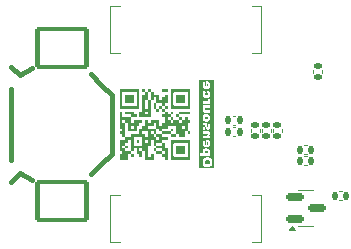
<source format=gbo>
%TF.GenerationSoftware,KiCad,Pcbnew,8.0.7*%
%TF.CreationDate,2025-08-30T11:06:05-07:00*%
%TF.ProjectId,Pivot_Core,5069766f-745f-4436-9f72-652e6b696361,rev?*%
%TF.SameCoordinates,Original*%
%TF.FileFunction,Legend,Bot*%
%TF.FilePolarity,Positive*%
%FSLAX46Y46*%
G04 Gerber Fmt 4.6, Leading zero omitted, Abs format (unit mm)*
G04 Created by KiCad (PCBNEW 8.0.7) date 2025-08-30 11:06:05*
%MOMM*%
%LPD*%
G01*
G04 APERTURE LIST*
G04 Aperture macros list*
%AMRoundRect*
0 Rectangle with rounded corners*
0 $1 Rounding radius*
0 $2 $3 $4 $5 $6 $7 $8 $9 X,Y pos of 4 corners*
0 Add a 4 corners polygon primitive as box body*
4,1,4,$2,$3,$4,$5,$6,$7,$8,$9,$2,$3,0*
0 Add four circle primitives for the rounded corners*
1,1,$1+$1,$2,$3*
1,1,$1+$1,$4,$5*
1,1,$1+$1,$6,$7*
1,1,$1+$1,$8,$9*
0 Add four rect primitives between the rounded corners*
20,1,$1+$1,$2,$3,$4,$5,0*
20,1,$1+$1,$4,$5,$6,$7,0*
20,1,$1+$1,$6,$7,$8,$9,0*
20,1,$1+$1,$8,$9,$2,$3,0*%
G04 Aperture macros list end*
%ADD10C,0.100000*%
%ADD11C,0.120000*%
%ADD12C,0.400000*%
%ADD13C,0.000000*%
%ADD14C,3.800000*%
%ADD15RoundRect,0.140000X-0.140000X-0.170000X0.140000X-0.170000X0.140000X0.170000X-0.140000X0.170000X0*%
%ADD16C,0.550000*%
%ADD17R,0.300000X1.800000*%
%ADD18RoundRect,0.140000X0.140000X0.170000X-0.140000X0.170000X-0.140000X-0.170000X0.140000X-0.170000X0*%
%ADD19RoundRect,0.140000X0.170000X-0.140000X0.170000X0.140000X-0.170000X0.140000X-0.170000X-0.140000X0*%
%ADD20RoundRect,0.175000X2.075000X-1.575000X2.075000X1.575000X-2.075000X1.575000X-2.075000X-1.575000X0*%
%ADD21C,6.000000*%
%ADD22RoundRect,0.140000X-0.170000X0.140000X-0.170000X-0.140000X0.170000X-0.140000X0.170000X0.140000X0*%
%ADD23RoundRect,0.150000X-0.587500X-0.150000X0.587500X-0.150000X0.587500X0.150000X-0.587500X0.150000X0*%
G04 APERTURE END LIST*
D10*
G36*
X149397591Y-93044010D02*
G01*
X149436879Y-93050349D01*
X149474773Y-93062769D01*
X149508471Y-93083339D01*
X149511631Y-93086056D01*
X149537803Y-93116747D01*
X149554282Y-93153620D01*
X149561067Y-93196675D01*
X149561261Y-93206028D01*
X149556338Y-93248446D01*
X149541569Y-93285331D01*
X149516954Y-93316682D01*
X149510849Y-93322288D01*
X149477099Y-93343540D01*
X149438041Y-93356592D01*
X149396874Y-93363504D01*
X149356393Y-93366080D01*
X149341833Y-93366252D01*
X149300153Y-93364720D01*
X149257481Y-93359060D01*
X149216567Y-93347486D01*
X149180553Y-93327955D01*
X149173990Y-93322679D01*
X149147405Y-93292270D01*
X149130667Y-93255756D01*
X149123775Y-93213136D01*
X149123578Y-93203879D01*
X149127473Y-93163137D01*
X149140937Y-93124394D01*
X149164018Y-93092520D01*
X149172817Y-93084298D01*
X149207023Y-93063801D01*
X149248172Y-93051214D01*
X149292472Y-93044547D01*
X149336605Y-93042063D01*
X149352580Y-93041897D01*
X149397591Y-93044010D01*
G37*
G36*
X149278460Y-92261008D02*
G01*
X149318508Y-92269104D01*
X149350822Y-92284940D01*
X149378417Y-92315377D01*
X149386188Y-92347270D01*
X149376151Y-92385885D01*
X149350626Y-92414095D01*
X149314025Y-92431554D01*
X149275381Y-92438927D01*
X149232803Y-92441060D01*
X149193437Y-92438880D01*
X149153928Y-92430298D01*
X149121624Y-92413509D01*
X149094953Y-92382490D01*
X149086062Y-92344535D01*
X149097979Y-92305768D01*
X149119866Y-92283767D01*
X149155809Y-92267701D01*
X149194781Y-92260915D01*
X149238274Y-92258952D01*
X149278460Y-92261008D01*
G37*
G36*
X149348836Y-91526641D02*
G01*
X149367235Y-91544591D01*
X149383060Y-91582089D01*
X149386188Y-91615128D01*
X149380653Y-91655616D01*
X149362438Y-91690197D01*
X149357270Y-91696021D01*
X149323047Y-91716386D01*
X149311157Y-91718883D01*
X149311157Y-91512937D01*
X149348836Y-91526641D01*
G37*
G36*
X149278063Y-89339962D02*
G01*
X149317693Y-89349214D01*
X149350235Y-89367312D01*
X149376041Y-89398118D01*
X149386153Y-89437509D01*
X149386188Y-89440194D01*
X149378159Y-89479808D01*
X149354074Y-89512551D01*
X149349649Y-89516398D01*
X149313318Y-89535881D01*
X149272200Y-89544608D01*
X149236321Y-89546489D01*
X149195853Y-89544124D01*
X149155293Y-89534811D01*
X149122210Y-89516594D01*
X149096264Y-89485261D01*
X149086204Y-89447316D01*
X149086062Y-89441758D01*
X149093876Y-89402780D01*
X149117318Y-89370843D01*
X149121624Y-89367117D01*
X149158190Y-89348014D01*
X149196544Y-89339946D01*
X149238665Y-89337612D01*
X149278063Y-89339962D01*
G37*
G36*
X149348836Y-86594108D02*
G01*
X149367235Y-86612058D01*
X149383060Y-86649556D01*
X149386188Y-86682595D01*
X149380653Y-86723083D01*
X149362438Y-86757664D01*
X149357270Y-86763488D01*
X149323047Y-86783853D01*
X149311157Y-86786349D01*
X149311157Y-86580404D01*
X149348836Y-86594108D01*
G37*
G36*
X149850234Y-93716578D02*
G01*
X148622016Y-93716578D01*
X148622016Y-93195477D01*
X148923494Y-93195477D01*
X148923707Y-93203879D01*
X148924558Y-93237380D01*
X148927749Y-93276993D01*
X148934387Y-93321506D01*
X148944089Y-93362722D01*
X148956855Y-93400641D01*
X148967067Y-93424088D01*
X148988647Y-93462193D01*
X149015088Y-93497007D01*
X149046392Y-93528530D01*
X149077093Y-93552930D01*
X149105406Y-93571416D01*
X149142592Y-93590540D01*
X149183076Y-93605707D01*
X149226856Y-93616918D01*
X149265859Y-93623238D01*
X149307151Y-93626810D01*
X149341833Y-93627689D01*
X149389955Y-93625943D01*
X149435354Y-93620704D01*
X149478029Y-93611972D01*
X149517981Y-93599748D01*
X149555210Y-93584031D01*
X149589715Y-93564821D01*
X149629018Y-93535897D01*
X149650556Y-93515924D01*
X149676522Y-93486624D01*
X149699026Y-93454607D01*
X149718068Y-93419872D01*
X149733648Y-93382421D01*
X149745765Y-93342252D01*
X149754421Y-93299366D01*
X149759614Y-93253763D01*
X149761345Y-93205442D01*
X149759644Y-93155995D01*
X149754543Y-93109455D01*
X149746040Y-93065821D01*
X149734136Y-93025093D01*
X149718831Y-92987272D01*
X149700125Y-92952358D01*
X149671960Y-92912802D01*
X149652510Y-92891248D01*
X149616391Y-92859332D01*
X149576055Y-92832825D01*
X149540749Y-92815514D01*
X149502745Y-92801665D01*
X149462042Y-92791279D01*
X149418640Y-92784355D01*
X149372539Y-92780892D01*
X149348477Y-92780460D01*
X149305500Y-92781643D01*
X149264984Y-92785192D01*
X149219614Y-92792574D01*
X149177789Y-92803363D01*
X149139509Y-92817560D01*
X149115958Y-92828917D01*
X149078048Y-92852099D01*
X149043990Y-92879412D01*
X149013784Y-92910859D01*
X148987431Y-92946438D01*
X148974101Y-92968624D01*
X148956903Y-93004402D01*
X148943263Y-93043298D01*
X148933181Y-93085314D01*
X148926657Y-93130447D01*
X148923939Y-93170441D01*
X148923494Y-93195477D01*
X148622016Y-93195477D01*
X148622016Y-92439301D01*
X148710905Y-92439301D01*
X148710905Y-92677682D01*
X149536251Y-92677682D01*
X149536251Y-92455910D01*
X149468058Y-92455910D01*
X149495853Y-92428211D01*
X149519670Y-92394489D01*
X149524527Y-92385177D01*
X149539292Y-92346031D01*
X149546839Y-92307540D01*
X149548756Y-92274193D01*
X149545514Y-92230987D01*
X149535787Y-92191642D01*
X149516243Y-92150619D01*
X149487872Y-92114850D01*
X149456530Y-92088373D01*
X149420528Y-92066128D01*
X149381544Y-92048485D01*
X149339580Y-92035445D01*
X149294633Y-92027007D01*
X149254901Y-92023491D01*
X149230068Y-92022916D01*
X149185304Y-92024662D01*
X149143946Y-92029900D01*
X149098812Y-92040795D01*
X149058583Y-92056718D01*
X149023258Y-92077669D01*
X149002434Y-92094430D01*
X148971675Y-92127522D01*
X148948471Y-92164223D01*
X148932822Y-92204534D01*
X148924728Y-92248453D01*
X148923494Y-92275170D01*
X148926171Y-92316678D01*
X148931984Y-92344535D01*
X148934200Y-92355154D01*
X148939712Y-92371890D01*
X148956247Y-92408404D01*
X148978205Y-92439301D01*
X148710905Y-92439301D01*
X148622016Y-92439301D01*
X148622016Y-91617864D01*
X148923494Y-91617864D01*
X148924669Y-91660096D01*
X148929009Y-91704992D01*
X148936546Y-91745175D01*
X148949076Y-91785329D01*
X148956907Y-91803097D01*
X148978933Y-91839507D01*
X149007204Y-91872237D01*
X149037576Y-91898243D01*
X149063592Y-91915840D01*
X149101706Y-91935331D01*
X149142971Y-91949252D01*
X149181662Y-91956866D01*
X149222766Y-91960216D01*
X149234953Y-91960390D01*
X149277487Y-91958205D01*
X149317408Y-91951651D01*
X149361861Y-91938017D01*
X149402551Y-91918092D01*
X149439476Y-91891874D01*
X149462001Y-91870899D01*
X149491484Y-91834970D01*
X149514867Y-91794302D01*
X149529694Y-91756790D01*
X149540284Y-91715987D01*
X149546638Y-91671893D01*
X149548756Y-91624507D01*
X149547430Y-91578808D01*
X149543453Y-91536818D01*
X149535461Y-91492518D01*
X149523861Y-91453267D01*
X149511045Y-91423642D01*
X149490162Y-91388825D01*
X149465030Y-91358429D01*
X149435647Y-91332454D01*
X149402015Y-91310899D01*
X149363632Y-91293888D01*
X149325740Y-91282990D01*
X149283827Y-91275813D01*
X149244701Y-91272623D01*
X149216976Y-91272016D01*
X149186104Y-91272016D01*
X149186104Y-91718883D01*
X149186104Y-91719664D01*
X149146403Y-91709579D01*
X149120256Y-91692895D01*
X149095713Y-91660154D01*
X149086363Y-91622081D01*
X149086062Y-91612979D01*
X149092374Y-91573120D01*
X149100717Y-91553384D01*
X149127120Y-91522148D01*
X149136474Y-91513914D01*
X149109900Y-91281004D01*
X149073376Y-91302564D01*
X149041180Y-91325334D01*
X149009087Y-91353427D01*
X148982884Y-91383165D01*
X148965113Y-91409964D01*
X148946905Y-91450289D01*
X148935240Y-91491944D01*
X148928412Y-91532381D01*
X148924510Y-91577188D01*
X148923494Y-91617864D01*
X148622016Y-91617864D01*
X148622016Y-90793691D01*
X148936000Y-90793691D01*
X149266020Y-90793691D01*
X149306353Y-90797244D01*
X149340075Y-90812253D01*
X149359508Y-90846911D01*
X149361177Y-90864814D01*
X149350914Y-90904636D01*
X149332064Y-90926168D01*
X149294134Y-90943138D01*
X149252566Y-90948979D01*
X149224988Y-90949811D01*
X148936000Y-90949811D01*
X148936000Y-91186042D01*
X149536251Y-91186042D01*
X149536251Y-90965247D01*
X149452427Y-90965247D01*
X149483531Y-90936203D01*
X149509140Y-90903588D01*
X149523159Y-90879859D01*
X149538757Y-90840081D01*
X149546731Y-90798356D01*
X149548756Y-90760474D01*
X149546007Y-90720654D01*
X149536134Y-90679999D01*
X149519079Y-90644523D01*
X149491310Y-90610802D01*
X149458765Y-90587037D01*
X149418575Y-90570062D01*
X149377137Y-90560779D01*
X149336961Y-90556959D01*
X149315260Y-90556482D01*
X148936000Y-90556482D01*
X148936000Y-90793691D01*
X148622016Y-90793691D01*
X148622016Y-90158073D01*
X148923494Y-90158073D01*
X148924634Y-90206441D01*
X148928055Y-90250305D01*
X148933755Y-90289666D01*
X148943606Y-90330956D01*
X148959248Y-90370931D01*
X148970193Y-90389811D01*
X148996462Y-90421574D01*
X149028568Y-90447305D01*
X149066511Y-90467004D01*
X149104499Y-90479291D01*
X149110291Y-90480669D01*
X149136669Y-90246587D01*
X149100228Y-90229832D01*
X149077270Y-90208876D01*
X149062968Y-90171629D01*
X149061052Y-90146545D01*
X149066015Y-90106441D01*
X149078637Y-90080306D01*
X149108728Y-90063698D01*
X149139600Y-90085582D01*
X149150914Y-90123906D01*
X149159228Y-90166013D01*
X149161680Y-90179957D01*
X149169145Y-90221434D01*
X149177645Y-90263538D01*
X149187085Y-90303368D01*
X149199586Y-90343698D01*
X149218193Y-90379001D01*
X149245120Y-90409661D01*
X149260354Y-90422246D01*
X149294444Y-90441892D01*
X149335220Y-90452943D01*
X149358833Y-90454486D01*
X149398245Y-90450376D01*
X149436764Y-90436519D01*
X149462587Y-90419706D01*
X149492226Y-90390049D01*
X149513795Y-90356587D01*
X149527458Y-90324744D01*
X149538689Y-90283257D01*
X149544679Y-90244490D01*
X149548007Y-90200764D01*
X149548756Y-90164716D01*
X149547943Y-90121163D01*
X149545021Y-90077776D01*
X149539194Y-90037112D01*
X149531757Y-90008206D01*
X149514817Y-89969543D01*
X149491621Y-89936427D01*
X149478805Y-89923014D01*
X149447252Y-89898605D01*
X149410266Y-89878402D01*
X149374269Y-89863418D01*
X149360982Y-90088708D01*
X149394193Y-90110870D01*
X149396935Y-90115086D01*
X149409513Y-90152368D01*
X149411198Y-90175658D01*
X149405657Y-90215127D01*
X149399475Y-90226656D01*
X149372120Y-90241897D01*
X149345937Y-90223335D01*
X149334905Y-90183431D01*
X149328771Y-90142914D01*
X149327179Y-90129741D01*
X149322125Y-90089601D01*
X149315309Y-90047807D01*
X149306306Y-90006683D01*
X149294630Y-89968884D01*
X149291812Y-89961702D01*
X149273694Y-89926464D01*
X149248452Y-89894975D01*
X149225769Y-89876119D01*
X149189424Y-89856763D01*
X149150240Y-89847275D01*
X149131198Y-89846224D01*
X149089420Y-89851416D01*
X149051657Y-89865424D01*
X149029984Y-89877682D01*
X148998668Y-89903535D01*
X148974365Y-89934371D01*
X148954032Y-89972190D01*
X148952217Y-89976356D01*
X148938333Y-90017905D01*
X148929805Y-90061118D01*
X148925289Y-90103778D01*
X148923606Y-90143945D01*
X148923494Y-90158073D01*
X148622016Y-90158073D01*
X148622016Y-89442930D01*
X148923494Y-89442930D01*
X148925278Y-89486291D01*
X148930631Y-89526980D01*
X148941764Y-89572281D01*
X148958035Y-89613735D01*
X148979444Y-89651342D01*
X148996572Y-89674277D01*
X149026339Y-89705687D01*
X149058854Y-89731773D01*
X149094116Y-89752536D01*
X149132127Y-89767974D01*
X149172885Y-89778090D01*
X149216390Y-89782881D01*
X149234562Y-89783307D01*
X149276131Y-89781060D01*
X149315353Y-89774319D01*
X149359321Y-89760299D01*
X149399910Y-89739808D01*
X149437119Y-89712846D01*
X149460047Y-89691276D01*
X149485603Y-89660957D01*
X149506827Y-89627517D01*
X149523720Y-89590958D01*
X149536281Y-89551279D01*
X149544511Y-89508480D01*
X149548409Y-89462562D01*
X149548756Y-89443321D01*
X149547126Y-89400129D01*
X149542235Y-89359655D01*
X149531536Y-89312884D01*
X149515742Y-89270358D01*
X149494853Y-89232078D01*
X149468870Y-89198043D01*
X149444415Y-89173872D01*
X149411548Y-89148838D01*
X149375960Y-89128983D01*
X149337652Y-89114308D01*
X149296624Y-89104812D01*
X149252876Y-89100496D01*
X149237688Y-89100208D01*
X149195796Y-89102436D01*
X149156336Y-89109119D01*
X149112196Y-89123021D01*
X149071560Y-89143338D01*
X149034426Y-89170071D01*
X149011617Y-89191458D01*
X148986230Y-89221605D01*
X148965146Y-89255140D01*
X148948365Y-89292062D01*
X148935887Y-89332370D01*
X148927711Y-89376066D01*
X148923838Y-89423149D01*
X148923514Y-89441758D01*
X148923494Y-89442930D01*
X148622016Y-89442930D01*
X148622016Y-88808094D01*
X148923494Y-88808094D01*
X148926243Y-88847695D01*
X148936117Y-88888190D01*
X148953171Y-88923606D01*
X148980940Y-88957375D01*
X149013449Y-88981055D01*
X149053529Y-88997968D01*
X149094810Y-89007218D01*
X149134808Y-89011024D01*
X149156404Y-89011499D01*
X149536251Y-89011499D01*
X149536251Y-88774291D01*
X149206621Y-88774291D01*
X149166346Y-88770738D01*
X149132371Y-88755728D01*
X149112757Y-88720991D01*
X149111073Y-88703167D01*
X149121268Y-88663602D01*
X149139991Y-88642009D01*
X149177921Y-88624898D01*
X149219489Y-88619009D01*
X149247067Y-88618171D01*
X149536251Y-88618171D01*
X149536251Y-88381939D01*
X148936000Y-88381939D01*
X148936000Y-88603321D01*
X149019628Y-88603321D01*
X148990818Y-88629784D01*
X148964760Y-88662025D01*
X148948896Y-88688513D01*
X148933417Y-88728135D01*
X148925504Y-88769959D01*
X148923494Y-88808094D01*
X148622016Y-88808094D01*
X148622016Y-88023391D01*
X148936000Y-88023391D01*
X148936000Y-88260795D01*
X149536251Y-88260795D01*
X149536251Y-88038827D01*
X149460242Y-88038827D01*
X149493939Y-88017741D01*
X149522595Y-87988340D01*
X149524136Y-87986266D01*
X149541808Y-87951324D01*
X149548540Y-87912513D01*
X149548756Y-87903418D01*
X149544030Y-87863164D01*
X149531394Y-87822740D01*
X149515148Y-87787159D01*
X149342615Y-87861018D01*
X149356537Y-87899462D01*
X149361177Y-87926866D01*
X149351637Y-87964864D01*
X149327374Y-87989783D01*
X149287635Y-88007506D01*
X149249441Y-88016006D01*
X149209901Y-88020732D01*
X149164082Y-88023095D01*
X149138819Y-88023391D01*
X148936000Y-88023391D01*
X148622016Y-88023391D01*
X148622016Y-87420990D01*
X148923494Y-87420990D01*
X148924336Y-87460555D01*
X148927358Y-87502177D01*
X148933386Y-87544418D01*
X148941080Y-87577892D01*
X148954330Y-87615516D01*
X148973842Y-87652981D01*
X148998526Y-87686335D01*
X149027546Y-87715215D01*
X149059799Y-87739523D01*
X149091924Y-87757654D01*
X149128847Y-87771256D01*
X149167787Y-87779190D01*
X149206942Y-87782817D01*
X149233585Y-87783446D01*
X149277695Y-87781468D01*
X149317995Y-87775533D01*
X149358779Y-87764126D01*
X149387165Y-87751792D01*
X149422258Y-87730412D01*
X149454190Y-87703421D01*
X149467863Y-87689071D01*
X149493949Y-87656297D01*
X149514101Y-87622750D01*
X149521401Y-87607005D01*
X149534624Y-87566621D01*
X149542745Y-87525844D01*
X149547046Y-87486398D01*
X149548729Y-87443437D01*
X149548756Y-87437012D01*
X149547482Y-87393431D01*
X149543661Y-87353180D01*
X149535713Y-87309273D01*
X149524097Y-87270162D01*
X149505909Y-87230591D01*
X149496586Y-87215631D01*
X149471125Y-87184120D01*
X149440390Y-87156780D01*
X149404382Y-87133609D01*
X149363101Y-87114609D01*
X149337144Y-87105624D01*
X149310570Y-87328959D01*
X149347093Y-87344238D01*
X149368602Y-87364130D01*
X149383715Y-87401362D01*
X149386188Y-87430369D01*
X149379803Y-87469818D01*
X149358645Y-87505016D01*
X149347500Y-87515756D01*
X149312805Y-87535641D01*
X149270767Y-87545806D01*
X149229091Y-87548387D01*
X149188157Y-87545239D01*
X149148004Y-87533149D01*
X149122015Y-87516147D01*
X149097438Y-87484400D01*
X149086624Y-87445921D01*
X149086062Y-87433691D01*
X149091797Y-87392971D01*
X149106383Y-87363544D01*
X149135640Y-87336970D01*
X149171244Y-87320386D01*
X149174185Y-87319385D01*
X149147612Y-87094291D01*
X149108422Y-87107171D01*
X149069374Y-87125397D01*
X149035058Y-87147746D01*
X149025685Y-87155254D01*
X148997414Y-87183113D01*
X148973418Y-87215399D01*
X148953695Y-87252111D01*
X148950263Y-87259985D01*
X148937323Y-87298474D01*
X148929376Y-87337150D01*
X148924775Y-87380027D01*
X148923494Y-87420990D01*
X148622016Y-87420990D01*
X148622016Y-86685331D01*
X148923494Y-86685331D01*
X148924669Y-86727563D01*
X148929009Y-86772459D01*
X148936546Y-86812642D01*
X148949076Y-86852796D01*
X148956907Y-86870564D01*
X148978933Y-86906973D01*
X149007204Y-86939704D01*
X149037576Y-86965710D01*
X149063592Y-86983307D01*
X149101706Y-87002797D01*
X149142971Y-87016719D01*
X149181662Y-87024333D01*
X149222766Y-87027683D01*
X149234953Y-87027857D01*
X149277487Y-87025672D01*
X149317408Y-87019117D01*
X149361861Y-87005484D01*
X149402551Y-86985558D01*
X149439476Y-86959340D01*
X149462001Y-86938366D01*
X149491484Y-86902437D01*
X149514867Y-86861768D01*
X149529694Y-86824257D01*
X149540284Y-86783454D01*
X149546638Y-86739360D01*
X149548756Y-86691974D01*
X149547430Y-86646275D01*
X149543453Y-86604285D01*
X149535461Y-86559985D01*
X149523861Y-86520734D01*
X149511045Y-86491109D01*
X149490162Y-86456292D01*
X149465030Y-86425896D01*
X149435647Y-86399921D01*
X149402015Y-86378366D01*
X149363632Y-86361355D01*
X149325740Y-86350457D01*
X149283827Y-86343280D01*
X149244701Y-86340090D01*
X149216976Y-86339483D01*
X149186104Y-86339483D01*
X149186104Y-86786349D01*
X149186104Y-86787131D01*
X149146403Y-86777046D01*
X149120256Y-86760362D01*
X149095713Y-86727621D01*
X149086363Y-86689548D01*
X149086062Y-86680446D01*
X149092374Y-86640587D01*
X149100717Y-86620850D01*
X149127120Y-86589615D01*
X149136474Y-86581381D01*
X149109900Y-86348471D01*
X149073376Y-86370031D01*
X149041180Y-86392801D01*
X149009087Y-86420893D01*
X148982884Y-86450631D01*
X148965113Y-86477431D01*
X148946905Y-86517755D01*
X148935240Y-86559411D01*
X148928412Y-86599848D01*
X148924510Y-86644655D01*
X148923494Y-86685331D01*
X148622016Y-86685331D01*
X148622016Y-86250594D01*
X149850234Y-86250594D01*
X149850234Y-93716578D01*
G37*
D11*
%TO.C,C23*%
X151697836Y-90260000D02*
X151482164Y-90260000D01*
X151697836Y-90980000D02*
X151482164Y-90980000D01*
D10*
%TO.C,J2*%
X141100000Y-96000000D02*
X141900000Y-96000000D01*
X141100000Y-100000000D02*
X141100000Y-96000000D01*
X141100000Y-100000000D02*
X141900000Y-100000000D01*
X153100000Y-96000000D02*
X153900000Y-96000000D01*
X153100000Y-100000000D02*
X153900000Y-100000000D01*
X153900000Y-100000000D02*
X153900000Y-96000000D01*
D11*
%TO.C,C25*%
X157522164Y-91770000D02*
X157737836Y-91770000D01*
X157522164Y-92490000D02*
X157737836Y-92490000D01*
%TO.C,C28*%
X154900000Y-90432164D02*
X154900000Y-90647836D01*
X155620000Y-90432164D02*
X155620000Y-90647836D01*
%TO.C,C22*%
X151482164Y-89310000D02*
X151697836Y-89310000D01*
X151482164Y-90030000D02*
X151697836Y-90030000D01*
D12*
%TO.C,BT1*%
X132680000Y-93000000D02*
X132680000Y-87000000D01*
X133480000Y-85850000D02*
X132680000Y-85150000D01*
X133480000Y-94150000D02*
X132680000Y-94850000D01*
X134519230Y-85250000D02*
X133480000Y-85850000D01*
X134519230Y-94750000D02*
X133480000Y-94150000D01*
X139454874Y-85757360D02*
X140338757Y-86641243D01*
X139454874Y-94242640D02*
X140338757Y-93358757D01*
X141222640Y-87525126D02*
X140338757Y-86641243D01*
X141222640Y-92474874D02*
X140338757Y-93358757D01*
X141222640Y-92474874D02*
X141222640Y-87525126D01*
D11*
%TO.C,C21*%
X160512164Y-95670000D02*
X160727836Y-95670000D01*
X160512164Y-96390000D02*
X160727836Y-96390000D01*
D10*
%TO.C,J1*%
X141100000Y-80000000D02*
X141100000Y-84000000D01*
X141900000Y-80000000D02*
X141100000Y-80000000D01*
X141900000Y-84000000D02*
X141100000Y-84000000D01*
X153900000Y-80000000D02*
X153100000Y-80000000D01*
X153900000Y-80000000D02*
X153900000Y-84000000D01*
X153900000Y-84000000D02*
X153100000Y-84000000D01*
D11*
%TO.C,C27*%
X153960000Y-90432164D02*
X153960000Y-90647836D01*
X154680000Y-90432164D02*
X154680000Y-90647836D01*
D13*
%TO.C,G\u002A\u002A\u002A*%
G36*
X142619776Y-91920189D02*
G01*
X142619776Y-92040200D01*
X142499764Y-92040200D01*
X142379752Y-92040200D01*
X142379752Y-91920189D01*
X142379752Y-91800177D01*
X142499764Y-91800177D01*
X142619776Y-91800177D01*
X142619776Y-91920189D01*
G37*
G36*
X143579870Y-91440141D02*
G01*
X143579870Y-91560153D01*
X143459859Y-91560153D01*
X143339847Y-91560153D01*
X143339847Y-91440141D01*
X143339847Y-91320130D01*
X143459859Y-91320130D01*
X143579870Y-91320130D01*
X143579870Y-91440141D01*
G37*
G36*
X145980107Y-87119716D02*
G01*
X145980107Y-87239728D01*
X145740083Y-87239728D01*
X145500059Y-87239728D01*
X145500059Y-87119716D01*
X145500059Y-86999704D01*
X145740083Y-86999704D01*
X145980107Y-86999704D01*
X145980107Y-87119716D01*
G37*
G36*
X146460154Y-90480047D02*
G01*
X146460154Y-90600059D01*
X146340142Y-90600059D01*
X146220130Y-90600059D01*
X146220130Y-90480047D01*
X146220130Y-90360035D01*
X146340142Y-90360035D01*
X146460154Y-90360035D01*
X146460154Y-90480047D01*
G37*
G36*
X147900296Y-89039905D02*
G01*
X147900296Y-89159917D01*
X147420248Y-89159917D01*
X146940201Y-89159917D01*
X146940201Y-89039905D01*
X146940201Y-88919893D01*
X147420248Y-88919893D01*
X147900296Y-88919893D01*
X147900296Y-89039905D01*
G37*
G36*
X142743679Y-87480340D02*
G01*
X143066890Y-87481002D01*
X143077539Y-87488502D01*
X143080545Y-87490864D01*
X143088219Y-87498718D01*
X143094006Y-87507022D01*
X143099823Y-87518042D01*
X143099809Y-87837055D01*
X143099802Y-87868646D01*
X143099758Y-87919494D01*
X143099676Y-87965422D01*
X143099556Y-88006478D01*
X143099396Y-88042714D01*
X143099197Y-88074179D01*
X143098958Y-88100924D01*
X143098678Y-88122999D01*
X143098357Y-88140455D01*
X143097996Y-88153341D01*
X143097592Y-88161708D01*
X143097147Y-88165606D01*
X143096830Y-88166644D01*
X143092032Y-88175834D01*
X143084422Y-88184995D01*
X143075507Y-88192569D01*
X143066791Y-88197000D01*
X143066408Y-88197076D01*
X143061659Y-88197416D01*
X143052154Y-88197738D01*
X143038091Y-88198040D01*
X143019671Y-88198320D01*
X142997094Y-88198577D01*
X142970559Y-88198809D01*
X142940268Y-88199015D01*
X142906419Y-88199194D01*
X142869212Y-88199343D01*
X142828848Y-88199461D01*
X142785527Y-88199546D01*
X142739448Y-88199597D01*
X142420327Y-88199822D01*
X142407001Y-88192861D01*
X142398552Y-88187758D01*
X142392214Y-88181549D01*
X142386714Y-88172573D01*
X142379752Y-88159247D01*
X142379752Y-87839787D01*
X142379752Y-87520327D01*
X142386714Y-87507001D01*
X142391900Y-87498437D01*
X142398097Y-87492160D01*
X142407072Y-87486676D01*
X142420468Y-87479678D01*
X142743679Y-87480340D01*
G37*
G36*
X147064104Y-87480340D02*
G01*
X147387316Y-87481002D01*
X147397965Y-87488502D01*
X147400970Y-87490864D01*
X147408644Y-87498718D01*
X147414431Y-87507022D01*
X147420248Y-87518042D01*
X147420234Y-87837055D01*
X147420227Y-87868646D01*
X147420183Y-87919494D01*
X147420102Y-87965422D01*
X147419981Y-88006478D01*
X147419821Y-88042714D01*
X147419622Y-88074179D01*
X147419383Y-88100924D01*
X147419103Y-88122999D01*
X147418783Y-88140455D01*
X147418421Y-88153341D01*
X147418017Y-88161708D01*
X147417572Y-88165606D01*
X147417255Y-88166644D01*
X147412457Y-88175834D01*
X147404848Y-88184995D01*
X147395932Y-88192569D01*
X147387217Y-88197000D01*
X147386833Y-88197076D01*
X147382085Y-88197416D01*
X147372579Y-88197738D01*
X147358516Y-88198040D01*
X147340096Y-88198320D01*
X147317519Y-88198577D01*
X147290985Y-88198809D01*
X147260693Y-88199015D01*
X147226844Y-88199194D01*
X147189637Y-88199343D01*
X147149274Y-88199461D01*
X147105952Y-88199546D01*
X147059873Y-88199597D01*
X146740753Y-88199822D01*
X146727427Y-88192861D01*
X146718977Y-88187758D01*
X146712639Y-88181549D01*
X146707139Y-88172573D01*
X146700178Y-88159247D01*
X146700178Y-87839787D01*
X146700178Y-87520327D01*
X146707139Y-87507001D01*
X146712325Y-87498437D01*
X146718522Y-87492160D01*
X146727497Y-87486676D01*
X146740893Y-87479678D01*
X147064104Y-87480340D01*
G37*
G36*
X147064104Y-91800765D02*
G01*
X147387316Y-91801427D01*
X147397965Y-91808928D01*
X147400970Y-91811289D01*
X147408644Y-91819143D01*
X147414431Y-91827448D01*
X147420248Y-91838467D01*
X147420234Y-92157480D01*
X147420227Y-92189071D01*
X147420183Y-92239920D01*
X147420102Y-92285847D01*
X147419981Y-92326903D01*
X147419821Y-92363139D01*
X147419622Y-92394604D01*
X147419383Y-92421349D01*
X147419103Y-92443425D01*
X147418783Y-92460880D01*
X147418421Y-92473767D01*
X147418017Y-92482134D01*
X147417572Y-92486032D01*
X147417255Y-92487069D01*
X147412457Y-92496259D01*
X147404848Y-92505420D01*
X147395932Y-92512995D01*
X147387217Y-92517425D01*
X147386833Y-92517502D01*
X147382085Y-92517842D01*
X147372579Y-92518163D01*
X147358516Y-92518465D01*
X147340096Y-92518745D01*
X147317519Y-92519002D01*
X147290985Y-92519234D01*
X147260693Y-92519441D01*
X147226844Y-92519619D01*
X147189637Y-92519768D01*
X147149274Y-92519886D01*
X147105952Y-92519971D01*
X147059873Y-92520022D01*
X146740753Y-92520248D01*
X146727427Y-92513286D01*
X146718977Y-92508183D01*
X146712639Y-92501974D01*
X146707139Y-92492999D01*
X146700178Y-92479673D01*
X146700178Y-92160212D01*
X146700178Y-91840752D01*
X146707139Y-91827426D01*
X146712325Y-91818863D01*
X146718522Y-91812585D01*
X146727497Y-91807102D01*
X146740893Y-91800103D01*
X147064104Y-91800765D01*
G37*
G36*
X143579283Y-87863078D02*
G01*
X143579338Y-87945478D01*
X143579376Y-88022957D01*
X143579396Y-88095576D01*
X143579399Y-88163393D01*
X143579385Y-88226471D01*
X143579353Y-88284867D01*
X143579303Y-88338642D01*
X143579235Y-88387856D01*
X143579148Y-88432568D01*
X143579044Y-88472840D01*
X143578921Y-88508730D01*
X143578779Y-88540298D01*
X143578619Y-88567604D01*
X143578439Y-88590709D01*
X143578241Y-88609671D01*
X143578023Y-88624552D01*
X143577786Y-88635410D01*
X143577530Y-88642306D01*
X143577254Y-88645299D01*
X143577015Y-88646121D01*
X143572304Y-88655507D01*
X143564709Y-88664831D01*
X143555723Y-88672534D01*
X143546839Y-88677055D01*
X143543883Y-88677271D01*
X143535971Y-88677488D01*
X143523231Y-88677693D01*
X143505754Y-88677884D01*
X143483628Y-88678062D01*
X143456943Y-88678226D01*
X143425789Y-88678377D01*
X143390254Y-88678513D01*
X143350429Y-88678635D01*
X143306403Y-88678743D01*
X143258264Y-88678836D01*
X143206103Y-88678914D01*
X143150009Y-88678978D01*
X143090071Y-88679025D01*
X143026379Y-88679058D01*
X142959022Y-88679074D01*
X142888089Y-88679075D01*
X142813670Y-88679059D01*
X142735855Y-88679027D01*
X141933093Y-88678620D01*
X141922958Y-88671912D01*
X141920594Y-88670212D01*
X141912881Y-88663155D01*
X141906889Y-88655661D01*
X141900955Y-88646116D01*
X141900955Y-88055501D01*
X142139704Y-88055501D01*
X142139708Y-88102615D01*
X142139727Y-88145624D01*
X142139765Y-88184715D01*
X142139828Y-88220079D01*
X142139920Y-88251903D01*
X142140048Y-88280377D01*
X142140215Y-88305689D01*
X142140428Y-88328028D01*
X142140691Y-88347583D01*
X142141010Y-88364543D01*
X142141388Y-88379096D01*
X142141833Y-88391432D01*
X142142349Y-88401739D01*
X142142940Y-88410206D01*
X142143613Y-88417021D01*
X142144371Y-88422375D01*
X142145222Y-88426455D01*
X142146168Y-88429450D01*
X142147216Y-88431549D01*
X142148371Y-88432941D01*
X142149638Y-88433814D01*
X142151022Y-88434359D01*
X142152528Y-88434762D01*
X142154161Y-88435214D01*
X142155926Y-88435903D01*
X142156531Y-88436144D01*
X142158162Y-88436562D01*
X142160624Y-88436948D01*
X142164109Y-88437302D01*
X142168805Y-88437627D01*
X142174901Y-88437923D01*
X142182588Y-88438191D01*
X142192055Y-88438434D01*
X142203491Y-88438651D01*
X142217086Y-88438845D01*
X142233029Y-88439017D01*
X142251509Y-88439167D01*
X142272716Y-88439298D01*
X142296840Y-88439410D01*
X142324070Y-88439505D01*
X142354595Y-88439584D01*
X142388605Y-88439648D01*
X142426290Y-88439699D01*
X142467838Y-88439737D01*
X142513439Y-88439764D01*
X142563283Y-88439782D01*
X142617559Y-88439791D01*
X142676457Y-88439793D01*
X142740166Y-88439789D01*
X142774594Y-88439787D01*
X142836039Y-88439787D01*
X142892773Y-88439788D01*
X142944986Y-88439787D01*
X142992868Y-88439778D01*
X143036608Y-88439756D01*
X143076396Y-88439718D01*
X143112421Y-88439657D01*
X143144873Y-88439570D01*
X143173941Y-88439452D01*
X143199816Y-88439298D01*
X143222687Y-88439103D01*
X143242743Y-88438863D01*
X143260175Y-88438573D01*
X143275171Y-88438228D01*
X143287922Y-88437823D01*
X143298616Y-88437354D01*
X143307444Y-88436817D01*
X143314595Y-88436206D01*
X143320259Y-88435516D01*
X143324626Y-88434744D01*
X143327884Y-88433884D01*
X143330225Y-88432931D01*
X143331836Y-88431882D01*
X143332909Y-88430730D01*
X143333632Y-88429472D01*
X143334195Y-88428103D01*
X143334788Y-88426618D01*
X143335600Y-88425012D01*
X143335837Y-88424558D01*
X143336287Y-88423309D01*
X143336701Y-88421450D01*
X143337082Y-88418790D01*
X143337432Y-88415137D01*
X143337751Y-88410302D01*
X143338040Y-88404092D01*
X143338302Y-88396318D01*
X143338538Y-88386788D01*
X143338748Y-88375311D01*
X143338935Y-88361697D01*
X143339100Y-88345755D01*
X143339243Y-88327294D01*
X143339368Y-88306123D01*
X143339474Y-88282050D01*
X143339563Y-88254886D01*
X143339638Y-88224440D01*
X143339698Y-88190520D01*
X143339746Y-88152935D01*
X143339782Y-88111495D01*
X143339809Y-88066009D01*
X143339828Y-88016286D01*
X143339839Y-87962136D01*
X143339845Y-87903366D01*
X143339847Y-87839787D01*
X143339847Y-87835551D01*
X143339845Y-87772184D01*
X143339837Y-87713617D01*
X143339824Y-87659657D01*
X143339803Y-87610117D01*
X143339774Y-87564805D01*
X143339734Y-87523532D01*
X143339682Y-87486108D01*
X143339618Y-87452344D01*
X143339539Y-87422048D01*
X143339445Y-87395033D01*
X143339334Y-87371106D01*
X143339205Y-87350080D01*
X143339057Y-87331763D01*
X143338888Y-87315967D01*
X143338696Y-87302500D01*
X143338481Y-87291174D01*
X143338241Y-87281798D01*
X143337976Y-87274183D01*
X143337682Y-87268138D01*
X143337360Y-87263474D01*
X143337008Y-87260001D01*
X143336624Y-87257529D01*
X143336208Y-87255869D01*
X143335758Y-87254829D01*
X143331222Y-87249130D01*
X143324746Y-87243817D01*
X143324694Y-87243787D01*
X143323620Y-87243339D01*
X143321913Y-87242925D01*
X143319382Y-87242543D01*
X143315839Y-87242193D01*
X143311092Y-87241873D01*
X143304952Y-87241581D01*
X143297229Y-87241317D01*
X143287734Y-87241079D01*
X143276276Y-87240866D01*
X143262666Y-87240676D01*
X143246713Y-87240508D01*
X143228228Y-87240361D01*
X143207021Y-87240233D01*
X143182903Y-87240123D01*
X143155682Y-87240030D01*
X143125170Y-87239952D01*
X143091176Y-87239889D01*
X143053511Y-87239838D01*
X143011984Y-87239799D01*
X142966407Y-87239770D01*
X142916588Y-87239750D01*
X142862339Y-87239737D01*
X142803469Y-87239730D01*
X142739788Y-87239728D01*
X142704384Y-87239728D01*
X142643471Y-87239732D01*
X142587263Y-87239741D01*
X142535569Y-87239756D01*
X142488198Y-87239778D01*
X142444959Y-87239810D01*
X142405662Y-87239852D01*
X142370114Y-87239907D01*
X142338126Y-87239974D01*
X142309506Y-87240056D01*
X142284063Y-87240154D01*
X142261607Y-87240270D01*
X142241945Y-87240404D01*
X142224888Y-87240559D01*
X142210245Y-87240735D01*
X142197824Y-87240934D01*
X142187434Y-87241158D01*
X142178885Y-87241408D01*
X142171985Y-87241684D01*
X142166544Y-87241990D01*
X142162370Y-87242325D01*
X142159273Y-87242692D01*
X142157061Y-87243091D01*
X142155544Y-87243524D01*
X142154531Y-87243994D01*
X142153668Y-87244462D01*
X142152118Y-87245142D01*
X142150687Y-87245703D01*
X142149369Y-87246336D01*
X142148161Y-87247229D01*
X142147058Y-87248572D01*
X142146054Y-87250555D01*
X142145146Y-87253367D01*
X142144328Y-87257199D01*
X142143597Y-87262238D01*
X142142946Y-87268677D01*
X142142371Y-87276702D01*
X142141869Y-87286506D01*
X142141433Y-87298276D01*
X142141059Y-87312202D01*
X142140743Y-87328475D01*
X142140480Y-87347284D01*
X142140265Y-87368818D01*
X142140094Y-87393266D01*
X142139961Y-87420820D01*
X142139862Y-87451667D01*
X142139792Y-87485998D01*
X142139747Y-87524003D01*
X142139722Y-87565870D01*
X142139712Y-87611790D01*
X142139712Y-87661952D01*
X142139718Y-87716546D01*
X142139725Y-87775761D01*
X142139729Y-87839787D01*
X142139726Y-87887635D01*
X142139718Y-87948199D01*
X142139709Y-88004092D01*
X142139704Y-88055501D01*
X141900955Y-88055501D01*
X141900955Y-87839787D01*
X141900955Y-87033458D01*
X141906889Y-87023913D01*
X141908434Y-87021661D01*
X141915265Y-87014008D01*
X141922958Y-87007662D01*
X141933093Y-87000954D01*
X142739605Y-87000954D01*
X143546117Y-87000954D01*
X143555661Y-87006888D01*
X143557914Y-87008433D01*
X143565567Y-87015264D01*
X143571913Y-87022957D01*
X143578620Y-87033092D01*
X143579261Y-87834280D01*
X143579262Y-87835551D01*
X143579283Y-87863078D01*
G37*
G36*
X147899708Y-87863078D02*
G01*
X147899763Y-87945478D01*
X147899801Y-88022957D01*
X147899822Y-88095576D01*
X147899825Y-88163393D01*
X147899810Y-88226471D01*
X147899778Y-88284867D01*
X147899728Y-88338642D01*
X147899660Y-88387856D01*
X147899574Y-88432568D01*
X147899469Y-88472840D01*
X147899346Y-88508730D01*
X147899204Y-88540298D01*
X147899044Y-88567604D01*
X147898865Y-88590709D01*
X147898666Y-88609671D01*
X147898448Y-88624552D01*
X147898211Y-88635410D01*
X147897955Y-88642306D01*
X147897679Y-88645299D01*
X147897440Y-88646121D01*
X147892729Y-88655507D01*
X147885134Y-88664831D01*
X147876148Y-88672534D01*
X147867264Y-88677055D01*
X147864308Y-88677271D01*
X147856396Y-88677488D01*
X147843656Y-88677693D01*
X147826179Y-88677884D01*
X147804053Y-88678062D01*
X147777368Y-88678226D01*
X147746214Y-88678377D01*
X147710680Y-88678513D01*
X147670854Y-88678635D01*
X147626828Y-88678743D01*
X147578690Y-88678836D01*
X147526529Y-88678914D01*
X147470434Y-88678978D01*
X147410497Y-88679025D01*
X147346804Y-88679058D01*
X147279447Y-88679074D01*
X147208514Y-88679075D01*
X147134096Y-88679059D01*
X147056280Y-88679027D01*
X146253518Y-88678620D01*
X146243383Y-88671912D01*
X146241019Y-88670212D01*
X146233306Y-88663155D01*
X146227314Y-88655661D01*
X146221380Y-88646116D01*
X146221380Y-88055501D01*
X146460129Y-88055501D01*
X146460133Y-88102615D01*
X146460152Y-88145624D01*
X146460190Y-88184715D01*
X146460253Y-88220079D01*
X146460346Y-88251903D01*
X146460473Y-88280377D01*
X146460641Y-88305689D01*
X146460853Y-88328028D01*
X146461116Y-88347583D01*
X146461435Y-88364543D01*
X146461814Y-88379096D01*
X146462258Y-88391432D01*
X146462774Y-88401739D01*
X146463365Y-88410206D01*
X146464038Y-88417021D01*
X146464797Y-88422375D01*
X146465647Y-88426455D01*
X146466593Y-88429450D01*
X146467641Y-88431549D01*
X146468796Y-88432941D01*
X146470063Y-88433814D01*
X146471447Y-88434359D01*
X146472953Y-88434762D01*
X146474586Y-88435214D01*
X146476352Y-88435903D01*
X146476957Y-88436144D01*
X146478587Y-88436562D01*
X146481049Y-88436948D01*
X146484534Y-88437302D01*
X146489230Y-88437627D01*
X146495327Y-88437923D01*
X146503014Y-88438191D01*
X146512480Y-88438434D01*
X146523916Y-88438651D01*
X146537511Y-88438845D01*
X146553454Y-88439017D01*
X146571934Y-88439167D01*
X146593142Y-88439298D01*
X146617265Y-88439410D01*
X146644495Y-88439505D01*
X146675020Y-88439584D01*
X146709030Y-88439648D01*
X146746715Y-88439699D01*
X146788263Y-88439737D01*
X146833864Y-88439764D01*
X146883708Y-88439782D01*
X146937984Y-88439791D01*
X146996882Y-88439793D01*
X147060591Y-88439789D01*
X147095019Y-88439787D01*
X147156464Y-88439787D01*
X147213198Y-88439788D01*
X147265412Y-88439787D01*
X147313293Y-88439778D01*
X147357033Y-88439756D01*
X147396821Y-88439718D01*
X147432846Y-88439657D01*
X147465298Y-88439570D01*
X147494367Y-88439452D01*
X147520242Y-88439298D01*
X147543112Y-88439103D01*
X147563169Y-88438863D01*
X147580600Y-88438573D01*
X147595596Y-88438228D01*
X147608347Y-88437823D01*
X147619041Y-88437354D01*
X147627869Y-88436817D01*
X147635021Y-88436206D01*
X147640685Y-88435516D01*
X147645051Y-88434744D01*
X147648310Y-88433884D01*
X147650650Y-88432931D01*
X147652261Y-88431882D01*
X147653334Y-88430730D01*
X147654057Y-88429472D01*
X147654620Y-88428103D01*
X147655213Y-88426618D01*
X147656025Y-88425012D01*
X147656263Y-88424558D01*
X147656712Y-88423309D01*
X147657126Y-88421450D01*
X147657508Y-88418790D01*
X147657857Y-88415137D01*
X147658176Y-88410302D01*
X147658466Y-88404092D01*
X147658727Y-88396318D01*
X147658963Y-88386788D01*
X147659173Y-88375311D01*
X147659360Y-88361697D01*
X147659525Y-88345755D01*
X147659669Y-88327294D01*
X147659793Y-88306123D01*
X147659899Y-88282050D01*
X147659989Y-88254886D01*
X147660063Y-88224440D01*
X147660123Y-88190520D01*
X147660171Y-88152935D01*
X147660208Y-88111495D01*
X147660235Y-88066009D01*
X147660253Y-88016286D01*
X147660265Y-87962136D01*
X147660270Y-87903366D01*
X147660272Y-87839787D01*
X147660272Y-87835551D01*
X147660270Y-87772184D01*
X147660263Y-87713617D01*
X147660249Y-87659657D01*
X147660228Y-87610117D01*
X147660199Y-87564805D01*
X147660159Y-87523532D01*
X147660107Y-87486108D01*
X147660043Y-87452344D01*
X147659965Y-87422048D01*
X147659870Y-87395033D01*
X147659760Y-87371106D01*
X147659631Y-87350080D01*
X147659482Y-87331763D01*
X147659313Y-87315967D01*
X147659121Y-87302500D01*
X147658906Y-87291174D01*
X147658667Y-87281798D01*
X147658401Y-87274183D01*
X147658108Y-87268138D01*
X147657785Y-87263474D01*
X147657433Y-87260001D01*
X147657050Y-87257529D01*
X147656633Y-87255869D01*
X147656183Y-87254829D01*
X147651647Y-87249130D01*
X147645171Y-87243817D01*
X147645119Y-87243787D01*
X147644045Y-87243339D01*
X147642338Y-87242925D01*
X147639808Y-87242543D01*
X147636264Y-87242193D01*
X147631517Y-87241873D01*
X147625377Y-87241581D01*
X147617655Y-87241317D01*
X147608159Y-87241079D01*
X147596701Y-87240866D01*
X147583091Y-87240676D01*
X147567138Y-87240508D01*
X147548654Y-87240361D01*
X147527447Y-87240233D01*
X147503328Y-87240123D01*
X147476107Y-87240030D01*
X147445595Y-87239952D01*
X147411601Y-87239889D01*
X147373936Y-87239838D01*
X147332410Y-87239799D01*
X147286832Y-87239770D01*
X147237014Y-87239750D01*
X147182764Y-87239737D01*
X147123894Y-87239730D01*
X147060213Y-87239728D01*
X147024809Y-87239728D01*
X146963896Y-87239732D01*
X146907688Y-87239741D01*
X146855994Y-87239756D01*
X146808623Y-87239778D01*
X146765385Y-87239810D01*
X146726087Y-87239852D01*
X146690540Y-87239907D01*
X146658551Y-87239974D01*
X146629931Y-87240056D01*
X146604488Y-87240154D01*
X146582032Y-87240270D01*
X146562371Y-87240404D01*
X146545314Y-87240559D01*
X146530670Y-87240735D01*
X146518249Y-87240934D01*
X146507859Y-87241158D01*
X146499310Y-87241408D01*
X146492410Y-87241684D01*
X146486969Y-87241990D01*
X146482795Y-87242325D01*
X146479698Y-87242692D01*
X146477487Y-87243091D01*
X146475970Y-87243524D01*
X146474957Y-87243994D01*
X146474094Y-87244462D01*
X146472543Y-87245142D01*
X146471112Y-87245703D01*
X146469795Y-87246336D01*
X146468586Y-87247229D01*
X146467483Y-87248572D01*
X146466480Y-87250555D01*
X146465571Y-87253367D01*
X146464754Y-87257199D01*
X146464022Y-87262238D01*
X146463371Y-87268677D01*
X146462797Y-87276702D01*
X146462294Y-87286506D01*
X146461858Y-87298276D01*
X146461485Y-87312202D01*
X146461169Y-87328475D01*
X146460905Y-87347284D01*
X146460690Y-87368818D01*
X146460519Y-87393266D01*
X146460386Y-87420820D01*
X146460287Y-87451667D01*
X146460217Y-87485998D01*
X146460172Y-87524003D01*
X146460147Y-87565870D01*
X146460137Y-87611790D01*
X146460137Y-87661952D01*
X146460143Y-87716546D01*
X146460151Y-87775761D01*
X146460154Y-87839787D01*
X146460152Y-87887635D01*
X146460143Y-87948199D01*
X146460134Y-88004092D01*
X146460129Y-88055501D01*
X146221380Y-88055501D01*
X146221380Y-87839787D01*
X146221380Y-87033458D01*
X146227314Y-87023913D01*
X146228860Y-87021661D01*
X146235690Y-87014008D01*
X146243383Y-87007662D01*
X146253518Y-87000954D01*
X147060030Y-87000954D01*
X147866542Y-87000954D01*
X147876087Y-87006888D01*
X147878339Y-87008433D01*
X147885992Y-87015264D01*
X147892338Y-87022957D01*
X147899046Y-87033092D01*
X147899686Y-87834280D01*
X147899687Y-87835551D01*
X147899708Y-87863078D01*
G37*
G36*
X147899708Y-92183503D02*
G01*
X147899763Y-92265903D01*
X147899801Y-92343382D01*
X147899822Y-92416001D01*
X147899825Y-92483819D01*
X147899810Y-92546896D01*
X147899778Y-92605292D01*
X147899728Y-92659067D01*
X147899660Y-92708281D01*
X147899574Y-92752994D01*
X147899469Y-92793265D01*
X147899346Y-92829155D01*
X147899204Y-92860723D01*
X147899044Y-92888029D01*
X147898865Y-92911134D01*
X147898666Y-92930096D01*
X147898448Y-92944977D01*
X147898211Y-92955835D01*
X147897955Y-92962731D01*
X147897679Y-92965724D01*
X147897440Y-92966546D01*
X147892729Y-92975933D01*
X147885134Y-92985257D01*
X147876148Y-92992959D01*
X147867264Y-92997481D01*
X147864308Y-92997696D01*
X147856396Y-92997913D01*
X147843656Y-92998118D01*
X147826179Y-92998309D01*
X147804053Y-92998487D01*
X147777368Y-92998651D01*
X147746214Y-92998802D01*
X147710680Y-92998938D01*
X147670854Y-92999061D01*
X147626828Y-92999168D01*
X147578690Y-92999261D01*
X147526529Y-92999340D01*
X147470434Y-92999403D01*
X147410497Y-92999451D01*
X147346804Y-92999483D01*
X147279447Y-92999499D01*
X147208514Y-92999500D01*
X147134096Y-92999484D01*
X147056280Y-92999452D01*
X146253518Y-92999045D01*
X146243383Y-92992337D01*
X146241019Y-92990637D01*
X146233306Y-92983580D01*
X146227314Y-92976086D01*
X146221380Y-92966542D01*
X146221380Y-92375926D01*
X146460129Y-92375926D01*
X146460133Y-92423040D01*
X146460152Y-92466049D01*
X146460190Y-92505141D01*
X146460253Y-92540504D01*
X146460346Y-92572328D01*
X146460473Y-92600802D01*
X146460641Y-92626114D01*
X146460853Y-92648453D01*
X146461116Y-92668008D01*
X146461435Y-92684968D01*
X146461814Y-92699521D01*
X146462258Y-92711857D01*
X146462774Y-92722164D01*
X146463365Y-92730631D01*
X146464038Y-92737447D01*
X146464797Y-92742800D01*
X146465647Y-92746880D01*
X146466593Y-92749875D01*
X146467641Y-92751974D01*
X146468796Y-92753366D01*
X146470063Y-92754240D01*
X146471447Y-92754784D01*
X146472953Y-92755187D01*
X146474586Y-92755639D01*
X146476352Y-92756328D01*
X146476957Y-92756569D01*
X146478587Y-92756987D01*
X146481049Y-92757373D01*
X146484534Y-92757727D01*
X146489230Y-92758052D01*
X146495327Y-92758348D01*
X146503014Y-92758616D01*
X146512480Y-92758859D01*
X146523916Y-92759076D01*
X146537511Y-92759270D01*
X146553454Y-92759442D01*
X146571934Y-92759592D01*
X146593142Y-92759723D01*
X146617265Y-92759835D01*
X146644495Y-92759930D01*
X146675020Y-92760009D01*
X146709030Y-92760073D01*
X146746715Y-92760124D01*
X146788263Y-92760162D01*
X146833864Y-92760190D01*
X146883708Y-92760207D01*
X146937984Y-92760216D01*
X146996882Y-92760218D01*
X147060591Y-92760214D01*
X147095019Y-92760212D01*
X147156464Y-92760212D01*
X147213198Y-92760214D01*
X147265412Y-92760212D01*
X147313293Y-92760203D01*
X147357033Y-92760181D01*
X147396821Y-92760143D01*
X147432846Y-92760082D01*
X147465298Y-92759995D01*
X147494367Y-92759877D01*
X147520242Y-92759723D01*
X147543112Y-92759528D01*
X147563169Y-92759288D01*
X147580600Y-92758998D01*
X147595596Y-92758653D01*
X147608347Y-92758248D01*
X147619041Y-92757780D01*
X147627869Y-92757242D01*
X147635021Y-92756631D01*
X147640685Y-92755942D01*
X147645051Y-92755169D01*
X147648310Y-92754309D01*
X147650650Y-92753357D01*
X147652261Y-92752307D01*
X147653334Y-92751156D01*
X147654057Y-92749898D01*
X147654620Y-92748528D01*
X147655213Y-92747043D01*
X147656025Y-92745437D01*
X147656263Y-92744983D01*
X147656712Y-92743734D01*
X147657126Y-92741875D01*
X147657508Y-92739215D01*
X147657857Y-92735562D01*
X147658176Y-92730727D01*
X147658466Y-92724517D01*
X147658727Y-92716743D01*
X147658963Y-92707213D01*
X147659173Y-92695737D01*
X147659360Y-92682123D01*
X147659525Y-92666180D01*
X147659669Y-92647719D01*
X147659793Y-92626548D01*
X147659899Y-92602476D01*
X147659989Y-92575312D01*
X147660063Y-92544865D01*
X147660123Y-92510945D01*
X147660171Y-92473360D01*
X147660208Y-92431921D01*
X147660235Y-92386435D01*
X147660253Y-92336712D01*
X147660265Y-92282561D01*
X147660270Y-92223791D01*
X147660272Y-92160212D01*
X147660272Y-92155976D01*
X147660270Y-92092610D01*
X147660263Y-92034042D01*
X147660249Y-91980082D01*
X147660228Y-91930542D01*
X147660199Y-91885230D01*
X147660159Y-91843957D01*
X147660107Y-91806533D01*
X147660043Y-91772769D01*
X147659965Y-91742474D01*
X147659870Y-91715458D01*
X147659760Y-91691532D01*
X147659631Y-91670505D01*
X147659482Y-91652189D01*
X147659313Y-91636392D01*
X147659121Y-91622926D01*
X147658906Y-91611599D01*
X147658667Y-91602224D01*
X147658401Y-91594608D01*
X147658108Y-91588564D01*
X147657785Y-91583900D01*
X147657433Y-91580427D01*
X147657050Y-91577955D01*
X147656633Y-91576294D01*
X147656183Y-91575254D01*
X147651647Y-91569555D01*
X147645171Y-91564242D01*
X147645119Y-91564212D01*
X147644045Y-91563764D01*
X147642338Y-91563350D01*
X147639808Y-91562968D01*
X147636264Y-91562618D01*
X147631517Y-91562298D01*
X147625377Y-91562006D01*
X147617655Y-91561742D01*
X147608159Y-91561504D01*
X147596701Y-91561291D01*
X147583091Y-91561101D01*
X147567138Y-91560933D01*
X147548654Y-91560786D01*
X147527447Y-91560658D01*
X147503328Y-91560548D01*
X147476107Y-91560455D01*
X147445595Y-91560378D01*
X147411601Y-91560314D01*
X147373936Y-91560264D01*
X147332410Y-91560224D01*
X147286832Y-91560195D01*
X147237014Y-91560175D01*
X147182764Y-91560162D01*
X147123894Y-91560155D01*
X147060213Y-91560153D01*
X147024809Y-91560154D01*
X146963896Y-91560157D01*
X146907688Y-91560166D01*
X146855994Y-91560181D01*
X146808623Y-91560204D01*
X146765385Y-91560235D01*
X146726087Y-91560278D01*
X146690540Y-91560332D01*
X146658551Y-91560399D01*
X146629931Y-91560481D01*
X146604488Y-91560579D01*
X146582032Y-91560695D01*
X146562371Y-91560829D01*
X146545314Y-91560984D01*
X146530670Y-91561160D01*
X146518249Y-91561360D01*
X146507859Y-91561583D01*
X146499310Y-91561833D01*
X146492410Y-91562110D01*
X146486969Y-91562415D01*
X146482795Y-91562750D01*
X146479698Y-91563117D01*
X146477487Y-91563516D01*
X146475970Y-91563950D01*
X146474957Y-91564419D01*
X146474094Y-91564887D01*
X146472543Y-91565567D01*
X146471112Y-91566129D01*
X146469795Y-91566761D01*
X146468586Y-91567654D01*
X146467483Y-91568997D01*
X146466480Y-91570980D01*
X146465571Y-91573792D01*
X146464754Y-91577624D01*
X146464022Y-91582664D01*
X146463371Y-91589102D01*
X146462797Y-91597128D01*
X146462294Y-91606931D01*
X146461858Y-91618701D01*
X146461485Y-91632628D01*
X146461169Y-91648900D01*
X146460905Y-91667709D01*
X146460690Y-91689243D01*
X146460519Y-91713692D01*
X146460386Y-91741245D01*
X146460287Y-91772093D01*
X146460217Y-91806424D01*
X146460172Y-91844428D01*
X146460147Y-91886296D01*
X146460137Y-91932216D01*
X146460137Y-91982378D01*
X146460143Y-92036971D01*
X146460151Y-92096186D01*
X146460154Y-92160212D01*
X146460152Y-92208060D01*
X146460143Y-92268625D01*
X146460134Y-92324517D01*
X146460129Y-92375926D01*
X146221380Y-92375926D01*
X146221380Y-92160212D01*
X146221380Y-91353883D01*
X146227314Y-91344339D01*
X146228860Y-91342086D01*
X146235690Y-91334433D01*
X146243383Y-91328087D01*
X146253518Y-91321380D01*
X147060030Y-91321380D01*
X147866542Y-91321380D01*
X147876087Y-91327313D01*
X147878339Y-91328859D01*
X147885992Y-91335689D01*
X147892338Y-91343382D01*
X147899046Y-91353517D01*
X147899686Y-92154705D01*
X147899687Y-92155976D01*
X147899708Y-92183503D01*
G37*
G36*
X147900296Y-89879988D02*
G01*
X147780284Y-89879988D01*
X147660272Y-89879988D01*
X147660272Y-90240023D01*
X147660272Y-90600059D01*
X147540260Y-90600059D01*
X147420248Y-90600059D01*
X147420248Y-90840082D01*
X147420248Y-91080106D01*
X147180225Y-91080106D01*
X146940201Y-91080106D01*
X146940201Y-90960094D01*
X146940201Y-90840082D01*
X146820189Y-90840082D01*
X146700178Y-90840082D01*
X146700178Y-90960094D01*
X146700178Y-91080106D01*
X146460154Y-91080106D01*
X146220130Y-91080106D01*
X146220130Y-90960094D01*
X146220130Y-90840082D01*
X145860095Y-90840082D01*
X145500059Y-90840082D01*
X145500059Y-90720071D01*
X145500059Y-90600059D01*
X145860095Y-90600059D01*
X146220130Y-90600059D01*
X146220130Y-90720071D01*
X146220130Y-90840082D01*
X146460154Y-90840082D01*
X146700178Y-90840082D01*
X146700178Y-90480047D01*
X146700178Y-90120011D01*
X147180225Y-90120011D01*
X147180225Y-90240023D01*
X147180225Y-90360035D01*
X147300237Y-90360035D01*
X147420248Y-90360035D01*
X147420248Y-90240023D01*
X147420248Y-90120011D01*
X147300237Y-90120011D01*
X147180225Y-90120011D01*
X146700178Y-90120011D01*
X146340142Y-90120011D01*
X145980107Y-90120011D01*
X145980107Y-90240023D01*
X145980107Y-90360035D01*
X145740083Y-90360035D01*
X145500059Y-90360035D01*
X145500059Y-90480047D01*
X145500059Y-90600059D01*
X145380048Y-90600059D01*
X145260036Y-90600059D01*
X145260036Y-90480047D01*
X145260036Y-90360035D01*
X145140024Y-90360035D01*
X145020012Y-90360035D01*
X145020012Y-90600059D01*
X145020012Y-90840082D01*
X144900000Y-90840082D01*
X144779989Y-90840082D01*
X144779989Y-90720071D01*
X144779989Y-90600059D01*
X144659977Y-90600059D01*
X144539965Y-90600059D01*
X144539965Y-90720071D01*
X144539965Y-90840082D01*
X144659977Y-90840082D01*
X144779989Y-90840082D01*
X144779989Y-90960094D01*
X144779989Y-91080106D01*
X144900000Y-91080106D01*
X145020012Y-91080106D01*
X145020012Y-90960094D01*
X145020012Y-90840082D01*
X145260036Y-90840082D01*
X145500059Y-90840082D01*
X145500059Y-90960094D01*
X145500059Y-91080106D01*
X145740083Y-91080106D01*
X145980107Y-91080106D01*
X145980107Y-91200118D01*
X145980107Y-91320130D01*
X145740083Y-91320130D01*
X145500059Y-91320130D01*
X145500059Y-91440141D01*
X145500059Y-91560153D01*
X145260036Y-91560153D01*
X145020012Y-91560153D01*
X145020012Y-91680165D01*
X145020012Y-91800177D01*
X145260036Y-91800177D01*
X145500059Y-91800177D01*
X145500059Y-91680165D01*
X145500059Y-91560153D01*
X145620071Y-91560153D01*
X145740083Y-91560153D01*
X145740083Y-91680165D01*
X145740083Y-91800177D01*
X145740083Y-92040200D01*
X145860095Y-92040200D01*
X145980107Y-92040200D01*
X145980107Y-92520248D01*
X145980107Y-93000295D01*
X145860095Y-93000295D01*
X145740083Y-93000295D01*
X145740083Y-92880283D01*
X145740083Y-92760271D01*
X145620071Y-92760271D01*
X145500059Y-92760271D01*
X145500059Y-92640259D01*
X145500059Y-92520248D01*
X145260036Y-92520248D01*
X145020012Y-92520248D01*
X145020012Y-92400236D01*
X145500059Y-92400236D01*
X145500059Y-92520248D01*
X145620071Y-92520248D01*
X145740083Y-92520248D01*
X145740083Y-92400236D01*
X145740083Y-92280224D01*
X145620071Y-92280224D01*
X145500059Y-92280224D01*
X145500059Y-92400236D01*
X145020012Y-92400236D01*
X145020012Y-92280224D01*
X145260036Y-92280224D01*
X145500059Y-92280224D01*
X145500059Y-92160212D01*
X145500059Y-92040200D01*
X145260036Y-92040200D01*
X145020012Y-92040200D01*
X145020012Y-91920189D01*
X145020012Y-91800177D01*
X144900000Y-91800177D01*
X144779989Y-91800177D01*
X144779989Y-91560153D01*
X144779989Y-91320130D01*
X144659977Y-91320130D01*
X144539965Y-91320130D01*
X144539965Y-91440141D01*
X144539965Y-91560153D01*
X144539965Y-91800177D01*
X144419953Y-91800177D01*
X144299941Y-91800177D01*
X144299941Y-92160212D01*
X144299941Y-92280224D01*
X144299941Y-92760271D01*
X144419953Y-92760271D01*
X144539965Y-92760271D01*
X144539965Y-92640259D01*
X144539965Y-92520248D01*
X144659977Y-92520248D01*
X144779989Y-92520248D01*
X144779989Y-92760271D01*
X144779989Y-93000295D01*
X144419953Y-93000295D01*
X144059918Y-93000295D01*
X144059918Y-92640259D01*
X144059918Y-92280224D01*
X143939906Y-92280224D01*
X143819894Y-92280224D01*
X143819894Y-92520248D01*
X143819894Y-92760271D01*
X143699882Y-92760271D01*
X143579870Y-92760271D01*
X143579870Y-92640259D01*
X143579870Y-92520248D01*
X143459859Y-92520248D01*
X143339847Y-92520248D01*
X143339847Y-92280224D01*
X143339847Y-92040200D01*
X143579870Y-92040200D01*
X143579870Y-92160212D01*
X143579870Y-92280224D01*
X143699882Y-92280224D01*
X143819894Y-92280224D01*
X143819894Y-92160212D01*
X143819894Y-92040200D01*
X143699882Y-92040200D01*
X143579870Y-92040200D01*
X143339847Y-92040200D01*
X143219835Y-92040200D01*
X143099823Y-92040200D01*
X143099823Y-92160212D01*
X143099823Y-92280224D01*
X142979811Y-92280224D01*
X142859800Y-92280224D01*
X142859800Y-92400236D01*
X142859800Y-92520248D01*
X142739788Y-92520248D01*
X142619776Y-92520248D01*
X142619776Y-92760271D01*
X142619776Y-93000295D01*
X142259741Y-93000295D01*
X141899705Y-93000295D01*
X141899705Y-92760271D01*
X141899705Y-92520248D01*
X142019717Y-92520248D01*
X142139729Y-92520248D01*
X142139729Y-92400236D01*
X142139729Y-92280224D01*
X142019717Y-92280224D01*
X141899705Y-92280224D01*
X141899705Y-91800177D01*
X142139729Y-91800177D01*
X142139729Y-91920189D01*
X142139729Y-92040200D01*
X142259741Y-92040200D01*
X142379752Y-92040200D01*
X142379752Y-92160212D01*
X142379752Y-92280224D01*
X142619776Y-92280224D01*
X142859800Y-92280224D01*
X142859800Y-91800177D01*
X142859800Y-91320130D01*
X142739788Y-91320130D01*
X142619776Y-91320130D01*
X142619776Y-91440141D01*
X142619776Y-91560153D01*
X142499764Y-91560153D01*
X142379752Y-91560153D01*
X142379752Y-91680165D01*
X142379752Y-91800177D01*
X142259741Y-91800177D01*
X142139729Y-91800177D01*
X141899705Y-91800177D01*
X141899705Y-91320130D01*
X142139729Y-91320130D01*
X142379752Y-91320130D01*
X142379752Y-91200118D01*
X142379752Y-91080106D01*
X142259741Y-91080106D01*
X142139729Y-91080106D01*
X142139729Y-90960094D01*
X142139729Y-90840082D01*
X142019717Y-90840082D01*
X141899705Y-90840082D01*
X141899705Y-90720071D01*
X141899705Y-90600059D01*
X142019717Y-90600059D01*
X142139729Y-90600059D01*
X142139729Y-90480047D01*
X142139729Y-90360035D01*
X142019717Y-90360035D01*
X141899705Y-90360035D01*
X141899705Y-89639964D01*
X142139729Y-89639964D01*
X142139729Y-89759976D01*
X142139729Y-89879988D01*
X142259741Y-89879988D01*
X142379752Y-89879988D01*
X142379752Y-89759976D01*
X142379752Y-89639964D01*
X142259741Y-89639964D01*
X142139729Y-89639964D01*
X141899705Y-89639964D01*
X141899705Y-88919893D01*
X142019717Y-88919893D01*
X142139729Y-88919893D01*
X142139729Y-89159917D01*
X142139729Y-89399941D01*
X142499764Y-89399941D01*
X142859800Y-89399941D01*
X142859800Y-89279929D01*
X142859800Y-89159917D01*
X142619776Y-89159917D01*
X142379752Y-89159917D01*
X142379752Y-89039905D01*
X142379752Y-88919893D01*
X142739788Y-88919893D01*
X143099823Y-88919893D01*
X143099823Y-89039905D01*
X143099823Y-89159917D01*
X143219835Y-89159917D01*
X143339847Y-89159917D01*
X143339847Y-89279929D01*
X143339847Y-89399941D01*
X143099823Y-89399941D01*
X142859800Y-89399941D01*
X142859800Y-89639964D01*
X142859800Y-89759976D01*
X142859800Y-89879988D01*
X142979811Y-89879988D01*
X143099823Y-89879988D01*
X143099823Y-89759976D01*
X143099823Y-89639964D01*
X143459859Y-89639964D01*
X143819894Y-89639964D01*
X143819894Y-89759976D01*
X143819894Y-89879988D01*
X143699882Y-89879988D01*
X143579870Y-89879988D01*
X143579870Y-90000000D01*
X143579870Y-90120011D01*
X143459859Y-90120011D01*
X143339847Y-90120011D01*
X143339847Y-90240023D01*
X143339847Y-90360035D01*
X143339847Y-90600059D01*
X142979811Y-90600059D01*
X142619776Y-90600059D01*
X142619776Y-90240023D01*
X142619776Y-90120011D01*
X142859800Y-90120011D01*
X142859800Y-90240023D01*
X142859800Y-90360035D01*
X142979811Y-90360035D01*
X143099823Y-90360035D01*
X143099823Y-90240023D01*
X143099823Y-90120011D01*
X142979811Y-90120011D01*
X142859800Y-90120011D01*
X142619776Y-90120011D01*
X142619776Y-89879988D01*
X142499764Y-89879988D01*
X142379752Y-89879988D01*
X142379752Y-90480047D01*
X142379752Y-91080106D01*
X142619776Y-91080106D01*
X142859800Y-91080106D01*
X143099823Y-91080106D01*
X143099823Y-91440141D01*
X143099823Y-91800177D01*
X143459859Y-91800177D01*
X143819894Y-91800177D01*
X143819894Y-91560153D01*
X144059918Y-91560153D01*
X144179929Y-91560153D01*
X144299941Y-91560153D01*
X144299941Y-91440141D01*
X144299941Y-91320130D01*
X144179929Y-91320130D01*
X144059918Y-91320130D01*
X144059918Y-91440141D01*
X144059918Y-91560153D01*
X143819894Y-91560153D01*
X143819894Y-91440141D01*
X143819894Y-91200118D01*
X145020012Y-91200118D01*
X145020012Y-91320130D01*
X145140024Y-91320130D01*
X145260036Y-91320130D01*
X145260036Y-91200118D01*
X145260036Y-91080106D01*
X145140024Y-91080106D01*
X145020012Y-91080106D01*
X145020012Y-91200118D01*
X143819894Y-91200118D01*
X143819894Y-91080106D01*
X143459859Y-91080106D01*
X143099823Y-91080106D01*
X142859800Y-91080106D01*
X142859800Y-90960094D01*
X142859800Y-90840082D01*
X143219835Y-90840082D01*
X143579870Y-90840082D01*
X143579870Y-90600059D01*
X143819894Y-90600059D01*
X143819894Y-90720071D01*
X143819894Y-90840082D01*
X143939906Y-90840082D01*
X144059918Y-90840082D01*
X144059918Y-90960094D01*
X144059918Y-91080106D01*
X144179929Y-91080106D01*
X144299941Y-91080106D01*
X144299941Y-90840082D01*
X144299941Y-90600059D01*
X144059918Y-90600059D01*
X143819894Y-90600059D01*
X143579870Y-90600059D01*
X143579870Y-90360035D01*
X143699882Y-90360035D01*
X143819894Y-90360035D01*
X143819894Y-90240023D01*
X143819894Y-90120011D01*
X143939906Y-90120011D01*
X144059918Y-90120011D01*
X144299941Y-90120011D01*
X144299941Y-90240023D01*
X144299941Y-90360035D01*
X144659977Y-90360035D01*
X145020012Y-90360035D01*
X145020012Y-90120011D01*
X145020012Y-89879988D01*
X144900000Y-89879988D01*
X144779989Y-89879988D01*
X144779989Y-90000000D01*
X144779989Y-90120011D01*
X144539965Y-90120011D01*
X144299941Y-90120011D01*
X144059918Y-90120011D01*
X144059918Y-89879988D01*
X144059918Y-89639964D01*
X144179929Y-89639964D01*
X144299941Y-89639964D01*
X144299941Y-89759976D01*
X144299941Y-89879988D01*
X144419953Y-89879988D01*
X144539965Y-89879988D01*
X144539965Y-89759976D01*
X144539965Y-89639964D01*
X144900000Y-89639964D01*
X145260036Y-89639964D01*
X145260036Y-89879988D01*
X145260036Y-90120011D01*
X145380048Y-90120011D01*
X145500059Y-90120011D01*
X145500059Y-90000000D01*
X145500059Y-89879988D01*
X145620071Y-89879988D01*
X145740083Y-89879988D01*
X145740083Y-89639964D01*
X145740083Y-89399941D01*
X145620071Y-89399941D01*
X145500059Y-89399941D01*
X145500059Y-89279929D01*
X145500059Y-89159917D01*
X145620071Y-89159917D01*
X145740083Y-89159917D01*
X145740083Y-89039905D01*
X145740083Y-88919893D01*
X145860095Y-88919893D01*
X145980107Y-88919893D01*
X145980107Y-89039905D01*
X145980107Y-89159917D01*
X146100118Y-89159917D01*
X146220130Y-89159917D01*
X146220130Y-89039905D01*
X146220130Y-88919893D01*
X146340142Y-88919893D01*
X146460154Y-88919893D01*
X146460154Y-89039905D01*
X146460154Y-89159917D01*
X146340142Y-89159917D01*
X146220130Y-89159917D01*
X146220130Y-89279929D01*
X146220130Y-89399941D01*
X146100118Y-89399941D01*
X145980107Y-89399941D01*
X145980107Y-89519952D01*
X145980107Y-89639964D01*
X146100118Y-89639964D01*
X146220130Y-89639964D01*
X146220130Y-89759976D01*
X146220130Y-89879988D01*
X146340142Y-89879988D01*
X146460154Y-89879988D01*
X146460154Y-89759976D01*
X146460154Y-89639964D01*
X146700178Y-89639964D01*
X146940201Y-89639964D01*
X146940201Y-89759976D01*
X146940201Y-89879988D01*
X147060213Y-89879988D01*
X147180225Y-89879988D01*
X147180225Y-89759976D01*
X147180225Y-89639964D01*
X147060213Y-89639964D01*
X146940201Y-89639964D01*
X146940201Y-89519952D01*
X146940201Y-89399941D01*
X147060213Y-89399941D01*
X147180225Y-89399941D01*
X147180225Y-89519952D01*
X147180225Y-89639964D01*
X147300237Y-89639964D01*
X147420248Y-89639964D01*
X147420248Y-89519952D01*
X147420248Y-89399941D01*
X147540260Y-89399941D01*
X147660272Y-89399941D01*
X147660272Y-89519952D01*
X147660272Y-89639964D01*
X147780284Y-89639964D01*
X147900296Y-89639964D01*
X147900296Y-89759976D01*
X147900296Y-89879988D01*
G37*
G36*
X142979811Y-92520248D02*
G01*
X143099823Y-92520248D01*
X143099823Y-92640259D01*
X143099823Y-92760271D01*
X142979811Y-92760271D01*
X142859800Y-92760271D01*
X142859800Y-92640259D01*
X142859800Y-92520248D01*
X142979811Y-92520248D01*
G37*
G36*
X145020012Y-92160212D02*
G01*
X145020012Y-92280224D01*
X144900000Y-92280224D01*
X144779989Y-92280224D01*
X144779989Y-92160212D01*
X144779989Y-92040200D01*
X144900000Y-92040200D01*
X145020012Y-92040200D01*
X145020012Y-92160212D01*
G37*
G36*
X147780284Y-90600059D02*
G01*
X147900296Y-90600059D01*
X147900296Y-90720071D01*
X147900296Y-90840082D01*
X147780284Y-90840082D01*
X147660272Y-90840082D01*
X147660272Y-90720071D01*
X147660272Y-90600059D01*
X147780284Y-90600059D01*
G37*
G36*
X146340142Y-89399941D02*
G01*
X146460154Y-89399941D01*
X146460154Y-89519952D01*
X146460154Y-89639964D01*
X146340142Y-89639964D01*
X146220130Y-89639964D01*
X146220130Y-89519952D01*
X146220130Y-89399941D01*
X146340142Y-89399941D01*
G37*
G36*
X146940201Y-89279929D02*
G01*
X146940201Y-89399941D01*
X146820189Y-89399941D01*
X146700178Y-89399941D01*
X146700178Y-89279929D01*
X146700178Y-89159917D01*
X146820189Y-89159917D01*
X146940201Y-89159917D01*
X146940201Y-89279929D01*
G37*
G36*
X144539965Y-88679870D02*
G01*
X144539965Y-89039905D01*
X144539965Y-89399941D01*
X144059918Y-89399941D01*
X143579870Y-89399941D01*
X143579870Y-89159917D01*
X143579870Y-88919893D01*
X143699882Y-88919893D01*
X143819894Y-88919893D01*
X144059918Y-88919893D01*
X144059918Y-89039905D01*
X144059918Y-89159917D01*
X144179929Y-89159917D01*
X144299941Y-89159917D01*
X144299941Y-89039905D01*
X144299941Y-88919893D01*
X144179929Y-88919893D01*
X144059918Y-88919893D01*
X143819894Y-88919893D01*
X143819894Y-88199822D01*
X143819894Y-87959799D01*
X144059918Y-87959799D01*
X144059918Y-88319834D01*
X144059918Y-88679870D01*
X144179929Y-88679870D01*
X144299941Y-88679870D01*
X144299941Y-88319834D01*
X144299941Y-87959799D01*
X144179929Y-87959799D01*
X144059918Y-87959799D01*
X143819894Y-87959799D01*
X143819894Y-87479752D01*
X143939906Y-87479752D01*
X144059918Y-87479752D01*
X144059918Y-87359740D01*
X144059918Y-87239728D01*
X143939906Y-87239728D01*
X143819894Y-87239728D01*
X143819894Y-87119716D01*
X143819894Y-86999704D01*
X143939906Y-86999704D01*
X144059918Y-86999704D01*
X144059918Y-87119716D01*
X144059918Y-87239728D01*
X144179929Y-87239728D01*
X144299941Y-87239728D01*
X144299941Y-87119716D01*
X144299941Y-86999704D01*
X144419953Y-86999704D01*
X144539965Y-86999704D01*
X144539965Y-87119716D01*
X144539965Y-87239728D01*
X144419953Y-87239728D01*
X144299941Y-87239728D01*
X144299941Y-87599763D01*
X144299941Y-87959799D01*
X144419953Y-87959799D01*
X144539965Y-87959799D01*
X144539965Y-87599763D01*
X144539965Y-87239728D01*
X144659977Y-87239728D01*
X144779989Y-87239728D01*
X144779989Y-87359740D01*
X144779989Y-87479752D01*
X145020012Y-87479752D01*
X145260036Y-87479752D01*
X145260036Y-87599763D01*
X145260036Y-87719775D01*
X145260036Y-87959799D01*
X145380048Y-87959799D01*
X145500059Y-87959799D01*
X145500059Y-87839787D01*
X145500059Y-87719775D01*
X145620071Y-87719775D01*
X145740083Y-87719775D01*
X145740083Y-87599763D01*
X145740083Y-87479752D01*
X145860095Y-87479752D01*
X145980107Y-87479752D01*
X145980107Y-87839787D01*
X145980107Y-88199822D01*
X145860095Y-88199822D01*
X145740083Y-88199822D01*
X145740083Y-88319834D01*
X145740083Y-88439846D01*
X145620071Y-88439846D01*
X145500059Y-88439846D01*
X145500059Y-88319834D01*
X145500059Y-88199822D01*
X145260036Y-88199822D01*
X145020012Y-88199822D01*
X145020012Y-87959799D01*
X145020012Y-87719775D01*
X144900000Y-87719775D01*
X144779989Y-87719775D01*
X144779989Y-87839787D01*
X144779989Y-87959799D01*
X144659977Y-87959799D01*
X144539965Y-87959799D01*
X144539965Y-88319834D01*
X144539965Y-88679870D01*
G37*
G36*
X145020012Y-88439846D02*
G01*
X145020012Y-88679870D01*
X145140024Y-88679870D01*
X145260036Y-88679870D01*
X145260036Y-88559858D01*
X145260036Y-88439846D01*
X145380048Y-88439846D01*
X145500059Y-88439846D01*
X145500059Y-88559858D01*
X145500059Y-88679870D01*
X145620071Y-88679870D01*
X145740083Y-88679870D01*
X145740083Y-88559858D01*
X145740083Y-88439846D01*
X145860095Y-88439846D01*
X145980107Y-88439846D01*
X145980107Y-88559858D01*
X145980107Y-88679870D01*
X145860095Y-88679870D01*
X145740083Y-88679870D01*
X145740083Y-88799882D01*
X145740083Y-88919893D01*
X145620071Y-88919893D01*
X145500059Y-88919893D01*
X145500059Y-88799882D01*
X145500059Y-88679870D01*
X145380048Y-88679870D01*
X145260036Y-88679870D01*
X145260036Y-88799882D01*
X145260036Y-88919893D01*
X145140024Y-88919893D01*
X145020012Y-88919893D01*
X145020012Y-88799882D01*
X145020012Y-88679870D01*
X144900000Y-88679870D01*
X144779989Y-88679870D01*
X144779989Y-88439846D01*
X144779989Y-88199822D01*
X144900000Y-88199822D01*
X145020012Y-88199822D01*
X145020012Y-88439846D01*
G37*
D11*
%TO.C,C20*%
X157522164Y-92720000D02*
X157737836Y-92720000D01*
X157522164Y-93440000D02*
X157737836Y-93440000D01*
%TO.C,C24*%
X158310000Y-85637836D02*
X158310000Y-85422164D01*
X159030000Y-85637836D02*
X159030000Y-85422164D01*
%TO.C,C26*%
X153030000Y-90432164D02*
X153030000Y-90647836D01*
X153750000Y-90432164D02*
X153750000Y-90647836D01*
%TO.C,D4*%
X157002500Y-95520000D02*
X157652500Y-95520000D01*
X157002500Y-98640000D02*
X157652500Y-98640000D01*
X158302500Y-95520000D02*
X157652500Y-95520000D01*
X158302500Y-98640000D02*
X157652500Y-98640000D01*
X156730000Y-98920000D02*
X156250000Y-98920000D01*
X156490000Y-98590000D01*
X156730000Y-98920000D01*
G36*
X156730000Y-98920000D02*
G01*
X156250000Y-98920000D01*
X156490000Y-98590000D01*
X156730000Y-98920000D01*
G37*
%TD*%
%LPC*%
D14*
%TO.C,H1*%
X132500000Y-80500000D03*
%TD*%
%TO.C,H2*%
X132500000Y-99500000D03*
%TD*%
%TO.C,H4*%
X162500000Y-99500000D03*
%TD*%
%TO.C,H3*%
X162500000Y-80500000D03*
%TD*%
D15*
%TO.C,C23*%
X151110000Y-90620000D03*
X152070000Y-90620000D03*
%TD*%
D16*
%TO.C,J2*%
X153200000Y-99250000D03*
X141800000Y-99250000D03*
D17*
X152250000Y-96000000D03*
X151750000Y-96000000D03*
X151250000Y-96000000D03*
X150750000Y-96000000D03*
X150250000Y-96000000D03*
X149750000Y-96000000D03*
X149250000Y-96000000D03*
X148750000Y-96000000D03*
X148250000Y-96000000D03*
X147750000Y-96000000D03*
X147250000Y-96000000D03*
X146750000Y-96000000D03*
X146250000Y-96000000D03*
X145750000Y-96000000D03*
X145250000Y-96000000D03*
X144750000Y-96000000D03*
X144250000Y-96000000D03*
X143750000Y-96000000D03*
X143250000Y-96000000D03*
X142750000Y-96000000D03*
X152250000Y-100000000D03*
X151750000Y-100000000D03*
X151250000Y-100000000D03*
X150750000Y-100000000D03*
X150250000Y-100000000D03*
X149750000Y-100000000D03*
X149250000Y-100000000D03*
X148750000Y-100000000D03*
X148250000Y-100000000D03*
X147750000Y-100000000D03*
X147250000Y-100000000D03*
X146750000Y-100000000D03*
X146250000Y-100000000D03*
X145750000Y-100000000D03*
X145250000Y-100000000D03*
X144750000Y-100000000D03*
X144250000Y-100000000D03*
X143750000Y-100000000D03*
X143250000Y-100000000D03*
X142750000Y-100000000D03*
%TD*%
D18*
%TO.C,C25*%
X158110000Y-92130000D03*
X157150000Y-92130000D03*
%TD*%
D19*
%TO.C,C28*%
X155260000Y-91020000D03*
X155260000Y-90060000D03*
%TD*%
D18*
%TO.C,C22*%
X152070000Y-89670000D03*
X151110000Y-89670000D03*
%TD*%
D20*
%TO.C,BT1*%
X136980000Y-96450000D03*
X136980000Y-83550000D03*
D21*
X136980000Y-90000000D03*
%TD*%
D18*
%TO.C,C21*%
X161100000Y-96030000D03*
X160140000Y-96030000D03*
%TD*%
D16*
%TO.C,J1*%
X141800000Y-80750000D03*
X153200000Y-80750000D03*
D17*
X142750000Y-84000000D03*
X143250000Y-84000000D03*
X143750000Y-84000000D03*
X144250000Y-84000000D03*
X144750000Y-84000000D03*
X145250000Y-84000000D03*
X145750000Y-84000000D03*
X146250000Y-84000000D03*
X146750000Y-84000000D03*
X147250000Y-84000000D03*
X147750000Y-84000000D03*
X148250000Y-84000000D03*
X148750000Y-84000000D03*
X149250000Y-84000000D03*
X149750000Y-84000000D03*
X150250000Y-84000000D03*
X150750000Y-84000000D03*
X151250000Y-84000000D03*
X151750000Y-84000000D03*
X152250000Y-84000000D03*
X142750000Y-80000000D03*
X143250000Y-80000000D03*
X143750000Y-80000000D03*
X144250000Y-80000000D03*
X144750000Y-80000000D03*
X145250000Y-80000000D03*
X145750000Y-80000000D03*
X146250000Y-80000000D03*
X146750000Y-80000000D03*
X147250000Y-80000000D03*
X147750000Y-80000000D03*
X148250000Y-80000000D03*
X148750000Y-80000000D03*
X149250000Y-80000000D03*
X149750000Y-80000000D03*
X150250000Y-80000000D03*
X150750000Y-80000000D03*
X151250000Y-80000000D03*
X151750000Y-80000000D03*
X152250000Y-80000000D03*
%TD*%
D19*
%TO.C,C27*%
X154320000Y-91020000D03*
X154320000Y-90060000D03*
%TD*%
D18*
%TO.C,C20*%
X158110000Y-93080000D03*
X157150000Y-93080000D03*
%TD*%
D22*
%TO.C,C24*%
X158670000Y-85050000D03*
X158670000Y-86010000D03*
%TD*%
D19*
%TO.C,C26*%
X153390000Y-91020000D03*
X153390000Y-90060000D03*
%TD*%
D23*
%TO.C,D4*%
X156715000Y-98030000D03*
X156715000Y-96130000D03*
X158590000Y-97080000D03*
%TD*%
%LPD*%
M02*

</source>
